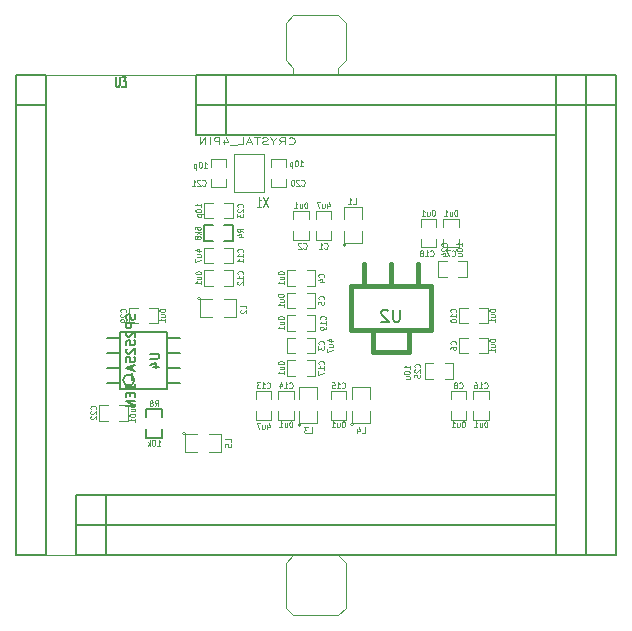
<source format=gbo>
G04 (created by PCBNEW (2013-07-07 BZR 4022)-stable) date 02/11/2014 17:15:00*
%MOIN*%
G04 Gerber Fmt 3.4, Leading zero omitted, Abs format*
%FSLAX34Y34*%
G01*
G70*
G90*
G04 APERTURE LIST*
%ADD10C,0.00590551*%
%ADD11C,0.00393701*%
%ADD12C,0.0039*%
%ADD13C,0.005*%
%ADD14C,0.0047*%
%ADD15C,0.015*%
%ADD16C,0.0045*%
%ADD17C,0.008*%
%ADD18C,0.0043*%
%ADD19C,0.0059*%
%ADD20C,0.0055*%
G04 APERTURE END LIST*
G54D10*
G54D11*
X10750Y0D02*
X20000Y0D01*
X11000Y-250D02*
X10750Y0D01*
X11000Y-1750D02*
X11000Y-250D01*
X10750Y-2000D02*
X11000Y-1750D01*
X9250Y-2000D02*
X10750Y-2000D01*
X9000Y-1750D02*
X9250Y-2000D01*
X9000Y-250D02*
X9000Y-1750D01*
X9250Y0D02*
X9000Y-250D01*
X0Y0D02*
X9250Y0D01*
X10750Y16000D02*
X20000Y16000D01*
X10750Y16250D02*
X10750Y16000D01*
X11000Y16500D02*
X10750Y16250D01*
X11000Y17750D02*
X11000Y16500D01*
X10750Y18000D02*
X11000Y17750D01*
X9250Y18000D02*
X10750Y18000D01*
X9000Y17750D02*
X9250Y18000D01*
X9000Y16500D02*
X9000Y17750D01*
X9250Y16250D02*
X9000Y16500D01*
X9250Y16000D02*
X9250Y16250D01*
X0Y16000D02*
X9250Y16000D01*
X20000Y16000D02*
X20000Y0D01*
X0Y0D02*
X0Y16000D01*
G54D12*
X8262Y12120D02*
X8262Y13380D01*
X8262Y13380D02*
X7278Y13380D01*
X7278Y13380D02*
X7278Y12120D01*
X7278Y12120D02*
X8262Y12120D01*
G54D13*
X6553Y10475D02*
X6275Y10475D01*
X6275Y10475D02*
X6275Y11025D01*
X6275Y11025D02*
X6553Y11025D01*
X7225Y10475D02*
X6947Y10475D01*
X7225Y10475D02*
X7225Y11025D01*
X7225Y11025D02*
X6947Y11025D01*
G54D14*
X9697Y8006D02*
X9972Y8006D01*
X9303Y8006D02*
X9028Y8006D01*
X9697Y7494D02*
X9972Y7494D01*
X9028Y7494D02*
X9303Y7494D01*
X9972Y7500D02*
X9972Y8000D01*
X9028Y8000D02*
X9028Y7500D01*
X9697Y7256D02*
X9972Y7256D01*
X9303Y7256D02*
X9028Y7256D01*
X9697Y6744D02*
X9972Y6744D01*
X9028Y6744D02*
X9303Y6744D01*
X9972Y6750D02*
X9972Y7250D01*
X9028Y7250D02*
X9028Y6750D01*
X9697Y9506D02*
X9972Y9506D01*
X9303Y9506D02*
X9028Y9506D01*
X9697Y8994D02*
X9972Y8994D01*
X9028Y8994D02*
X9303Y8994D01*
X9972Y9000D02*
X9972Y9500D01*
X9028Y9500D02*
X9028Y9000D01*
X6494Y12947D02*
X6494Y13222D01*
X6494Y12553D02*
X6494Y12278D01*
X7006Y12947D02*
X7006Y13222D01*
X7006Y12278D02*
X7006Y12553D01*
X7000Y13222D02*
X6500Y13222D01*
X6500Y12278D02*
X7000Y12278D01*
X9006Y12553D02*
X9006Y12278D01*
X9006Y12947D02*
X9006Y13222D01*
X8494Y12553D02*
X8494Y12278D01*
X8494Y13222D02*
X8494Y12947D01*
X8500Y12278D02*
X9000Y12278D01*
X9000Y13222D02*
X8500Y13222D01*
X9697Y8756D02*
X9972Y8756D01*
X9303Y8756D02*
X9028Y8756D01*
X9697Y8244D02*
X9972Y8244D01*
X9028Y8244D02*
X9303Y8244D01*
X9972Y8250D02*
X9972Y8750D01*
X9028Y8750D02*
X9028Y8250D01*
X15053Y7744D02*
X14778Y7744D01*
X15447Y7744D02*
X15722Y7744D01*
X15053Y8256D02*
X14778Y8256D01*
X15722Y8256D02*
X15447Y8256D01*
X14778Y8250D02*
X14778Y7750D01*
X15722Y7750D02*
X15722Y8250D01*
X14006Y10553D02*
X14006Y10278D01*
X14006Y10947D02*
X14006Y11222D01*
X13494Y10553D02*
X13494Y10278D01*
X13494Y11222D02*
X13494Y10947D01*
X13500Y10278D02*
X14000Y10278D01*
X14000Y11222D02*
X13500Y11222D01*
X14747Y9806D02*
X15022Y9806D01*
X14353Y9806D02*
X14078Y9806D01*
X14747Y9294D02*
X15022Y9294D01*
X14078Y9294D02*
X14353Y9294D01*
X15022Y9300D02*
X15022Y9800D01*
X14078Y9800D02*
X14078Y9300D01*
X9697Y6506D02*
X9972Y6506D01*
X9303Y6506D02*
X9028Y6506D01*
X9697Y5994D02*
X9972Y5994D01*
X9028Y5994D02*
X9303Y5994D01*
X9972Y6000D02*
X9972Y6500D01*
X9028Y6500D02*
X9028Y6000D01*
X15244Y5197D02*
X15244Y5472D01*
X15244Y4803D02*
X15244Y4528D01*
X15756Y5197D02*
X15756Y5472D01*
X15756Y4528D02*
X15756Y4803D01*
X15750Y5472D02*
X15250Y5472D01*
X15250Y4528D02*
X15750Y4528D01*
X14297Y6406D02*
X14572Y6406D01*
X13903Y6406D02*
X13628Y6406D01*
X14297Y5894D02*
X14572Y5894D01*
X13628Y5894D02*
X13903Y5894D01*
X14572Y5900D02*
X14572Y6400D01*
X13628Y6400D02*
X13628Y5900D01*
X6947Y9506D02*
X7222Y9506D01*
X6553Y9506D02*
X6278Y9506D01*
X6947Y8994D02*
X7222Y8994D01*
X6278Y8994D02*
X6553Y8994D01*
X7222Y9000D02*
X7222Y9500D01*
X6278Y9500D02*
X6278Y9000D01*
X6947Y11756D02*
X7222Y11756D01*
X6553Y11756D02*
X6278Y11756D01*
X6947Y11244D02*
X7222Y11244D01*
X6278Y11244D02*
X6553Y11244D01*
X7222Y11250D02*
X7222Y11750D01*
X6278Y11750D02*
X6278Y11250D01*
X8744Y5197D02*
X8744Y5472D01*
X8744Y4803D02*
X8744Y4528D01*
X9256Y5197D02*
X9256Y5472D01*
X9256Y4528D02*
X9256Y4803D01*
X9250Y5472D02*
X8750Y5472D01*
X8750Y4528D02*
X9250Y4528D01*
X10494Y5197D02*
X10494Y5472D01*
X10494Y4803D02*
X10494Y4528D01*
X11006Y5197D02*
X11006Y5472D01*
X11006Y4528D02*
X11006Y4803D01*
X11000Y5472D02*
X10500Y5472D01*
X10500Y4528D02*
X11000Y4528D01*
X7994Y5197D02*
X7994Y5472D01*
X7994Y4803D02*
X7994Y4528D01*
X8506Y5197D02*
X8506Y5472D01*
X8506Y4528D02*
X8506Y4803D01*
X8500Y5472D02*
X8000Y5472D01*
X8000Y4528D02*
X8500Y4528D01*
X9756Y10803D02*
X9756Y10528D01*
X9756Y11197D02*
X9756Y11472D01*
X9244Y10803D02*
X9244Y10528D01*
X9244Y11472D02*
X9244Y11197D01*
X9250Y10528D02*
X9750Y10528D01*
X9750Y11472D02*
X9250Y11472D01*
X10506Y10803D02*
X10506Y10528D01*
X10506Y11197D02*
X10506Y11472D01*
X9994Y10803D02*
X9994Y10528D01*
X9994Y11472D02*
X9994Y11197D01*
X10000Y10528D02*
X10500Y10528D01*
X10500Y11472D02*
X10000Y11472D01*
X6947Y10256D02*
X7222Y10256D01*
X6553Y10256D02*
X6278Y10256D01*
X6947Y9744D02*
X7222Y9744D01*
X6278Y9744D02*
X6553Y9744D01*
X7222Y9750D02*
X7222Y10250D01*
X6278Y10250D02*
X6278Y9750D01*
X14494Y5197D02*
X14494Y5472D01*
X14494Y4803D02*
X14494Y4528D01*
X15006Y5197D02*
X15006Y5472D01*
X15006Y4528D02*
X15006Y4803D01*
X15000Y5472D02*
X14500Y5472D01*
X14500Y4528D02*
X15000Y4528D01*
X15053Y6744D02*
X14778Y6744D01*
X15447Y6744D02*
X15722Y6744D01*
X15053Y7256D02*
X14778Y7256D01*
X15722Y7256D02*
X15447Y7256D01*
X14778Y7250D02*
X14778Y6750D01*
X15722Y6750D02*
X15722Y7250D01*
X14756Y10553D02*
X14756Y10278D01*
X14756Y10947D02*
X14756Y11222D01*
X14244Y10553D02*
X14244Y10278D01*
X14244Y11222D02*
X14244Y10947D01*
X14250Y10278D02*
X14750Y10278D01*
X14750Y11222D02*
X14250Y11222D01*
G54D15*
X11909Y7522D02*
X11909Y6793D01*
X11909Y6793D02*
X13091Y6793D01*
X13091Y6793D02*
X13091Y7522D01*
X13406Y8978D02*
X13406Y9707D01*
X12500Y8978D02*
X12500Y9707D01*
X11594Y8978D02*
X11594Y9707D01*
X11181Y7522D02*
X13819Y7522D01*
X13819Y7522D02*
X13819Y8978D01*
X13819Y8978D02*
X11181Y8978D01*
X11181Y8978D02*
X11181Y7522D01*
G54D12*
X5650Y4050D02*
G75*
G03X5650Y4050I-50J0D01*
G74*
G01*
X6050Y4050D02*
X5650Y4050D01*
X5650Y4050D02*
X5650Y3450D01*
X5650Y3450D02*
X6050Y3450D01*
X6450Y3450D02*
X6850Y3450D01*
X6850Y3450D02*
X6850Y4050D01*
X6850Y4050D02*
X6450Y4050D01*
X9500Y4350D02*
G75*
G03X9500Y4350I-50J0D01*
G74*
G01*
X9450Y4800D02*
X9450Y4400D01*
X9450Y4400D02*
X10050Y4400D01*
X10050Y4400D02*
X10050Y4800D01*
X10050Y5200D02*
X10050Y5600D01*
X10050Y5600D02*
X9450Y5600D01*
X9450Y5600D02*
X9450Y5200D01*
X11250Y4350D02*
G75*
G03X11250Y4350I-50J0D01*
G74*
G01*
X11200Y4800D02*
X11200Y4400D01*
X11200Y4400D02*
X11800Y4400D01*
X11800Y4400D02*
X11800Y4800D01*
X11800Y5200D02*
X11800Y5600D01*
X11800Y5600D02*
X11200Y5600D01*
X11200Y5600D02*
X11200Y5200D01*
X11000Y10350D02*
G75*
G03X11000Y10350I-50J0D01*
G74*
G01*
X10950Y10800D02*
X10950Y10400D01*
X10950Y10400D02*
X11550Y10400D01*
X11550Y10400D02*
X11550Y10800D01*
X11550Y11200D02*
X11550Y11600D01*
X11550Y11600D02*
X10950Y11600D01*
X10950Y11600D02*
X10950Y11200D01*
X6150Y8550D02*
G75*
G03X6150Y8550I-50J0D01*
G74*
G01*
X6550Y8550D02*
X6150Y8550D01*
X6150Y8550D02*
X6150Y7950D01*
X6150Y7950D02*
X6550Y7950D01*
X6950Y7950D02*
X7350Y7950D01*
X7350Y7950D02*
X7350Y8550D01*
X7350Y8550D02*
X6950Y8550D01*
G54D13*
X5030Y5550D02*
X3470Y5550D01*
X3470Y5550D02*
X3470Y7450D01*
X3470Y7450D02*
X5030Y7450D01*
X5030Y7450D02*
X5030Y5550D01*
X5030Y5750D02*
X5460Y5750D01*
X5030Y6250D02*
X5460Y6250D01*
X5030Y6750D02*
X5460Y6750D01*
X5460Y7250D02*
X5030Y7250D01*
X3470Y7250D02*
X3040Y7250D01*
X3040Y6750D02*
X3470Y6750D01*
X3040Y6250D02*
X3470Y6250D01*
X3040Y5750D02*
X3470Y5750D01*
X3946Y5840D02*
G75*
G03X3946Y5840I-186J0D01*
G74*
G01*
X4875Y4203D02*
X4875Y3925D01*
X4875Y3925D02*
X4325Y3925D01*
X4325Y3925D02*
X4325Y4203D01*
X4875Y4875D02*
X4875Y4597D01*
X4875Y4875D02*
X4325Y4875D01*
X4325Y4875D02*
X4325Y4597D01*
G54D14*
X4053Y7744D02*
X3778Y7744D01*
X4447Y7744D02*
X4722Y7744D01*
X4053Y8256D02*
X3778Y8256D01*
X4722Y8256D02*
X4447Y8256D01*
X3778Y8250D02*
X3778Y7750D01*
X4722Y7750D02*
X4722Y8250D01*
X3053Y4494D02*
X2778Y4494D01*
X3447Y4494D02*
X3722Y4494D01*
X3053Y5006D02*
X2778Y5006D01*
X3722Y5006D02*
X3447Y5006D01*
X2778Y5000D02*
X2778Y4500D01*
X3722Y4500D02*
X3722Y5000D01*
G54D10*
X18000Y2000D02*
X18000Y0D01*
X18000Y0D02*
X19000Y0D01*
X19000Y0D02*
X19000Y2000D01*
X18000Y15000D02*
X19000Y15000D01*
X18000Y2000D02*
X18000Y16000D01*
X18000Y16000D02*
X19000Y16000D01*
X19000Y16000D02*
X19000Y2000D01*
X19000Y2000D02*
X19000Y0D01*
X19000Y0D02*
X20000Y0D01*
X20000Y0D02*
X20000Y2000D01*
X19000Y15000D02*
X20000Y15000D01*
X19000Y2000D02*
X19000Y16000D01*
X19000Y16000D02*
X20000Y16000D01*
X20000Y16000D02*
X20000Y2000D01*
X0Y2000D02*
X0Y0D01*
X0Y0D02*
X1000Y0D01*
X1000Y0D02*
X1000Y2000D01*
X0Y15000D02*
X1000Y15000D01*
X0Y2000D02*
X0Y16000D01*
X0Y16000D02*
X1000Y16000D01*
X1000Y16000D02*
X1000Y2000D01*
X6000Y16000D02*
X18000Y16000D01*
X18000Y16000D02*
X18000Y15000D01*
X18000Y15000D02*
X6000Y15000D01*
X7000Y15000D02*
X7000Y16000D01*
X6000Y15000D02*
X6000Y16000D01*
X16000Y1000D02*
X18000Y1000D01*
X18000Y1000D02*
X18000Y2000D01*
X18000Y2000D02*
X16000Y2000D01*
X3000Y1000D02*
X3000Y2000D01*
X16000Y1000D02*
X2000Y1000D01*
X2000Y1000D02*
X2000Y2000D01*
X2000Y2000D02*
X16000Y2000D01*
X16000Y0D02*
X18000Y0D01*
X18000Y0D02*
X18000Y1000D01*
X18000Y1000D02*
X16000Y1000D01*
X3000Y0D02*
X3000Y1000D01*
X16000Y0D02*
X2000Y0D01*
X2000Y0D02*
X2000Y1000D01*
X2000Y1000D02*
X16000Y1000D01*
X6000Y15000D02*
X18000Y15000D01*
X18000Y15000D02*
X18000Y14000D01*
X18000Y14000D02*
X6000Y14000D01*
X7000Y14000D02*
X7000Y15000D01*
X6000Y14000D02*
X6000Y15000D01*
G54D12*
X8391Y11937D02*
X8233Y11622D01*
X8233Y11937D02*
X8391Y11622D01*
X8020Y11622D02*
X8155Y11622D01*
X8087Y11622D02*
X8087Y11937D01*
X8110Y11892D01*
X8132Y11862D01*
X8155Y11847D01*
X9095Y13726D02*
X9110Y13715D01*
X9155Y13704D01*
X9185Y13704D01*
X9230Y13715D01*
X9260Y13738D01*
X9275Y13760D01*
X9290Y13805D01*
X9290Y13839D01*
X9275Y13884D01*
X9260Y13906D01*
X9230Y13929D01*
X9185Y13940D01*
X9155Y13940D01*
X9110Y13929D01*
X9095Y13918D01*
X8780Y13704D02*
X8885Y13816D01*
X8960Y13704D02*
X8960Y13940D01*
X8840Y13940D01*
X8810Y13929D01*
X8795Y13918D01*
X8780Y13895D01*
X8780Y13861D01*
X8795Y13839D01*
X8810Y13828D01*
X8840Y13816D01*
X8960Y13816D01*
X8585Y13816D02*
X8585Y13704D01*
X8690Y13940D02*
X8585Y13816D01*
X8480Y13940D01*
X8390Y13715D02*
X8345Y13704D01*
X8270Y13704D01*
X8240Y13715D01*
X8225Y13726D01*
X8210Y13749D01*
X8210Y13771D01*
X8225Y13794D01*
X8240Y13805D01*
X8270Y13816D01*
X8330Y13828D01*
X8360Y13839D01*
X8375Y13850D01*
X8390Y13873D01*
X8390Y13895D01*
X8375Y13918D01*
X8360Y13929D01*
X8330Y13940D01*
X8255Y13940D01*
X8210Y13929D01*
X8120Y13940D02*
X7940Y13940D01*
X8030Y13704D02*
X8030Y13940D01*
X7850Y13771D02*
X7700Y13771D01*
X7880Y13704D02*
X7775Y13940D01*
X7670Y13704D01*
X7415Y13704D02*
X7565Y13704D01*
X7565Y13940D01*
X7385Y13682D02*
X7145Y13682D01*
X6935Y13861D02*
X6935Y13704D01*
X7010Y13951D02*
X7085Y13783D01*
X6890Y13783D01*
X6770Y13704D02*
X6770Y13940D01*
X6650Y13940D01*
X6620Y13929D01*
X6605Y13918D01*
X6590Y13895D01*
X6590Y13861D01*
X6605Y13839D01*
X6620Y13828D01*
X6650Y13816D01*
X6770Y13816D01*
X6455Y13704D02*
X6455Y13940D01*
X6305Y13704D02*
X6305Y13940D01*
X6125Y13704D01*
X6125Y13940D01*
G54D16*
X7579Y10780D02*
X7485Y10840D01*
X7579Y10882D02*
X7382Y10882D01*
X7382Y10814D01*
X7392Y10797D01*
X7401Y10788D01*
X7420Y10780D01*
X7448Y10780D01*
X7467Y10788D01*
X7476Y10797D01*
X7485Y10814D01*
X7485Y10882D01*
X7448Y10625D02*
X7579Y10625D01*
X7373Y10668D02*
X7514Y10711D01*
X7514Y10600D01*
X5961Y10874D02*
X5961Y10908D01*
X5971Y10925D01*
X5981Y10934D01*
X6009Y10951D01*
X6047Y10960D01*
X6123Y10960D01*
X6142Y10951D01*
X6152Y10942D01*
X6161Y10925D01*
X6161Y10891D01*
X6152Y10874D01*
X6142Y10865D01*
X6123Y10857D01*
X6076Y10857D01*
X6057Y10865D01*
X6047Y10874D01*
X6038Y10891D01*
X6038Y10925D01*
X6047Y10942D01*
X6057Y10951D01*
X6076Y10960D01*
X6161Y10780D02*
X5961Y10780D01*
X6085Y10762D02*
X6161Y10711D01*
X6028Y10711D02*
X6104Y10780D01*
X6047Y10608D02*
X6038Y10625D01*
X6028Y10634D01*
X6009Y10642D01*
X6000Y10642D01*
X5981Y10634D01*
X5971Y10625D01*
X5961Y10608D01*
X5961Y10574D01*
X5971Y10557D01*
X5981Y10548D01*
X6000Y10540D01*
X6009Y10540D01*
X6028Y10548D01*
X6038Y10557D01*
X6047Y10574D01*
X6047Y10608D01*
X6057Y10625D01*
X6066Y10634D01*
X6085Y10642D01*
X6123Y10642D01*
X6142Y10634D01*
X6152Y10625D01*
X6161Y10608D01*
X6161Y10574D01*
X6152Y10557D01*
X6142Y10548D01*
X6123Y10540D01*
X6085Y10540D01*
X6066Y10548D01*
X6057Y10557D01*
X6047Y10574D01*
X10311Y7865D02*
X10321Y7874D01*
X10330Y7900D01*
X10330Y7917D01*
X10321Y7942D01*
X10302Y7960D01*
X10283Y7968D01*
X10245Y7977D01*
X10216Y7977D01*
X10178Y7968D01*
X10159Y7960D01*
X10140Y7942D01*
X10130Y7917D01*
X10130Y7900D01*
X10140Y7874D01*
X10150Y7865D01*
X10330Y7694D02*
X10330Y7797D01*
X10330Y7745D02*
X10130Y7745D01*
X10159Y7762D01*
X10178Y7780D01*
X10188Y7797D01*
X10330Y7608D02*
X10330Y7574D01*
X10321Y7557D01*
X10311Y7548D01*
X10283Y7531D01*
X10245Y7522D01*
X10169Y7522D01*
X10150Y7531D01*
X10140Y7540D01*
X10130Y7557D01*
X10130Y7591D01*
X10140Y7608D01*
X10150Y7617D01*
X10169Y7625D01*
X10216Y7625D01*
X10235Y7617D01*
X10245Y7608D01*
X10254Y7591D01*
X10254Y7557D01*
X10245Y7540D01*
X10235Y7531D01*
X10216Y7522D01*
X8730Y7925D02*
X8730Y7908D01*
X8740Y7891D01*
X8750Y7882D01*
X8769Y7874D01*
X8807Y7865D01*
X8854Y7865D01*
X8892Y7874D01*
X8911Y7882D01*
X8921Y7891D01*
X8930Y7908D01*
X8930Y7925D01*
X8921Y7942D01*
X8911Y7951D01*
X8892Y7960D01*
X8854Y7968D01*
X8807Y7968D01*
X8769Y7960D01*
X8750Y7951D01*
X8740Y7942D01*
X8730Y7925D01*
X8797Y7711D02*
X8930Y7711D01*
X8797Y7788D02*
X8902Y7788D01*
X8921Y7779D01*
X8930Y7762D01*
X8930Y7737D01*
X8921Y7719D01*
X8911Y7711D01*
X8930Y7531D02*
X8930Y7634D01*
X8930Y7582D02*
X8730Y7582D01*
X8759Y7600D01*
X8778Y7617D01*
X8788Y7634D01*
X10261Y7030D02*
X10271Y7038D01*
X10280Y7064D01*
X10280Y7081D01*
X10271Y7107D01*
X10252Y7124D01*
X10233Y7132D01*
X10195Y7141D01*
X10166Y7141D01*
X10128Y7132D01*
X10109Y7124D01*
X10090Y7107D01*
X10080Y7081D01*
X10080Y7064D01*
X10090Y7038D01*
X10100Y7030D01*
X10080Y6970D02*
X10080Y6858D01*
X10157Y6918D01*
X10157Y6892D01*
X10166Y6875D01*
X10176Y6867D01*
X10195Y6858D01*
X10242Y6858D01*
X10261Y6867D01*
X10271Y6875D01*
X10280Y6892D01*
X10280Y6944D01*
X10271Y6961D01*
X10261Y6970D01*
X10447Y7132D02*
X10580Y7132D01*
X10371Y7175D02*
X10514Y7218D01*
X10514Y7107D01*
X10447Y6961D02*
X10580Y6961D01*
X10447Y7038D02*
X10552Y7038D01*
X10571Y7029D01*
X10580Y7012D01*
X10580Y6987D01*
X10571Y6969D01*
X10561Y6961D01*
X10380Y6892D02*
X10380Y6772D01*
X10580Y6850D01*
X10261Y9280D02*
X10271Y9288D01*
X10280Y9314D01*
X10280Y9331D01*
X10271Y9357D01*
X10252Y9374D01*
X10233Y9382D01*
X10195Y9391D01*
X10166Y9391D01*
X10128Y9382D01*
X10109Y9374D01*
X10090Y9357D01*
X10080Y9331D01*
X10080Y9314D01*
X10090Y9288D01*
X10100Y9280D01*
X10147Y9125D02*
X10280Y9125D01*
X10071Y9168D02*
X10214Y9211D01*
X10214Y9100D01*
X8730Y9425D02*
X8730Y9408D01*
X8740Y9391D01*
X8750Y9382D01*
X8769Y9374D01*
X8807Y9365D01*
X8854Y9365D01*
X8892Y9374D01*
X8911Y9382D01*
X8921Y9391D01*
X8930Y9408D01*
X8930Y9425D01*
X8921Y9442D01*
X8911Y9451D01*
X8892Y9460D01*
X8854Y9468D01*
X8807Y9468D01*
X8769Y9460D01*
X8750Y9451D01*
X8740Y9442D01*
X8730Y9425D01*
X8797Y9211D02*
X8930Y9211D01*
X8797Y9288D02*
X8902Y9288D01*
X8921Y9279D01*
X8930Y9262D01*
X8930Y9237D01*
X8921Y9219D01*
X8911Y9211D01*
X8930Y9031D02*
X8930Y9134D01*
X8930Y9082D02*
X8730Y9082D01*
X8759Y9100D01*
X8778Y9117D01*
X8788Y9134D01*
X6215Y12338D02*
X6224Y12328D01*
X6250Y12319D01*
X6267Y12319D01*
X6292Y12328D01*
X6310Y12347D01*
X6318Y12366D01*
X6327Y12404D01*
X6327Y12433D01*
X6318Y12471D01*
X6310Y12490D01*
X6292Y12509D01*
X6267Y12519D01*
X6250Y12519D01*
X6224Y12509D01*
X6215Y12500D01*
X6147Y12500D02*
X6138Y12509D01*
X6121Y12519D01*
X6078Y12519D01*
X6061Y12509D01*
X6052Y12500D01*
X6044Y12480D01*
X6044Y12461D01*
X6052Y12433D01*
X6155Y12319D01*
X6044Y12319D01*
X5872Y12319D02*
X5975Y12319D01*
X5924Y12319D02*
X5924Y12519D01*
X5941Y12490D01*
X5958Y12471D01*
X5975Y12461D01*
X6265Y12919D02*
X6368Y12919D01*
X6317Y12919D02*
X6317Y13119D01*
X6334Y13090D01*
X6351Y13071D01*
X6368Y13061D01*
X6154Y13119D02*
X6137Y13119D01*
X6119Y13109D01*
X6111Y13100D01*
X6102Y13080D01*
X6094Y13042D01*
X6094Y12995D01*
X6102Y12957D01*
X6111Y12938D01*
X6119Y12928D01*
X6137Y12919D01*
X6154Y12919D01*
X6171Y12928D01*
X6179Y12938D01*
X6188Y12957D01*
X6197Y12995D01*
X6197Y13042D01*
X6188Y13080D01*
X6179Y13100D01*
X6171Y13109D01*
X6154Y13119D01*
X6017Y13052D02*
X6017Y12852D01*
X6017Y13042D02*
X5999Y13052D01*
X5965Y13052D01*
X5948Y13042D01*
X5939Y13033D01*
X5931Y13014D01*
X5931Y12957D01*
X5939Y12938D01*
X5948Y12928D01*
X5965Y12919D01*
X5999Y12919D01*
X6017Y12928D01*
X9515Y12338D02*
X9524Y12328D01*
X9550Y12319D01*
X9567Y12319D01*
X9592Y12328D01*
X9610Y12347D01*
X9618Y12366D01*
X9627Y12404D01*
X9627Y12433D01*
X9618Y12471D01*
X9610Y12490D01*
X9592Y12509D01*
X9567Y12519D01*
X9550Y12519D01*
X9524Y12509D01*
X9515Y12500D01*
X9447Y12500D02*
X9438Y12509D01*
X9421Y12519D01*
X9378Y12519D01*
X9361Y12509D01*
X9352Y12500D01*
X9344Y12480D01*
X9344Y12461D01*
X9352Y12433D01*
X9455Y12319D01*
X9344Y12319D01*
X9232Y12519D02*
X9215Y12519D01*
X9198Y12509D01*
X9190Y12500D01*
X9181Y12480D01*
X9172Y12442D01*
X9172Y12395D01*
X9181Y12357D01*
X9190Y12338D01*
X9198Y12328D01*
X9215Y12319D01*
X9232Y12319D01*
X9250Y12328D01*
X9258Y12338D01*
X9267Y12357D01*
X9275Y12395D01*
X9275Y12442D01*
X9267Y12480D01*
X9258Y12500D01*
X9250Y12509D01*
X9232Y12519D01*
X9465Y12969D02*
X9568Y12969D01*
X9517Y12969D02*
X9517Y13169D01*
X9534Y13140D01*
X9551Y13121D01*
X9568Y13111D01*
X9354Y13169D02*
X9337Y13169D01*
X9319Y13159D01*
X9311Y13150D01*
X9302Y13130D01*
X9294Y13092D01*
X9294Y13045D01*
X9302Y13007D01*
X9311Y12988D01*
X9319Y12978D01*
X9337Y12969D01*
X9354Y12969D01*
X9371Y12978D01*
X9379Y12988D01*
X9388Y13007D01*
X9397Y13045D01*
X9397Y13092D01*
X9388Y13130D01*
X9379Y13150D01*
X9371Y13159D01*
X9354Y13169D01*
X9217Y13102D02*
X9217Y12902D01*
X9217Y13092D02*
X9199Y13102D01*
X9165Y13102D01*
X9148Y13092D01*
X9139Y13083D01*
X9131Y13064D01*
X9131Y13007D01*
X9139Y12988D01*
X9148Y12978D01*
X9165Y12969D01*
X9199Y12969D01*
X9217Y12978D01*
X10261Y8530D02*
X10271Y8538D01*
X10280Y8564D01*
X10280Y8581D01*
X10271Y8607D01*
X10252Y8624D01*
X10233Y8632D01*
X10195Y8641D01*
X10166Y8641D01*
X10128Y8632D01*
X10109Y8624D01*
X10090Y8607D01*
X10080Y8581D01*
X10080Y8564D01*
X10090Y8538D01*
X10100Y8530D01*
X10080Y8367D02*
X10080Y8452D01*
X10176Y8461D01*
X10166Y8452D01*
X10157Y8435D01*
X10157Y8392D01*
X10166Y8375D01*
X10176Y8367D01*
X10195Y8358D01*
X10242Y8358D01*
X10261Y8367D01*
X10271Y8375D01*
X10280Y8392D01*
X10280Y8435D01*
X10271Y8452D01*
X10261Y8461D01*
X8730Y8675D02*
X8730Y8658D01*
X8740Y8641D01*
X8750Y8632D01*
X8769Y8624D01*
X8807Y8615D01*
X8854Y8615D01*
X8892Y8624D01*
X8911Y8632D01*
X8921Y8641D01*
X8930Y8658D01*
X8930Y8675D01*
X8921Y8692D01*
X8911Y8701D01*
X8892Y8710D01*
X8854Y8718D01*
X8807Y8718D01*
X8769Y8710D01*
X8750Y8701D01*
X8740Y8692D01*
X8730Y8675D01*
X8797Y8461D02*
X8930Y8461D01*
X8797Y8538D02*
X8902Y8538D01*
X8921Y8529D01*
X8930Y8512D01*
X8930Y8487D01*
X8921Y8469D01*
X8911Y8461D01*
X8930Y8281D02*
X8930Y8384D01*
X8930Y8332D02*
X8730Y8332D01*
X8759Y8350D01*
X8778Y8367D01*
X8788Y8384D01*
X14661Y8115D02*
X14671Y8124D01*
X14680Y8150D01*
X14680Y8167D01*
X14671Y8192D01*
X14652Y8210D01*
X14633Y8218D01*
X14595Y8227D01*
X14566Y8227D01*
X14528Y8218D01*
X14509Y8210D01*
X14490Y8192D01*
X14480Y8167D01*
X14480Y8150D01*
X14490Y8124D01*
X14500Y8115D01*
X14680Y7944D02*
X14680Y8047D01*
X14680Y7995D02*
X14480Y7995D01*
X14509Y8012D01*
X14528Y8030D01*
X14538Y8047D01*
X14480Y7832D02*
X14480Y7815D01*
X14490Y7798D01*
X14500Y7790D01*
X14519Y7781D01*
X14557Y7772D01*
X14604Y7772D01*
X14642Y7781D01*
X14661Y7790D01*
X14671Y7798D01*
X14680Y7815D01*
X14680Y7832D01*
X14671Y7850D01*
X14661Y7858D01*
X14642Y7867D01*
X14604Y7875D01*
X14557Y7875D01*
X14519Y7867D01*
X14500Y7858D01*
X14490Y7850D01*
X14480Y7832D01*
X15780Y8175D02*
X15780Y8158D01*
X15790Y8141D01*
X15800Y8132D01*
X15819Y8124D01*
X15857Y8115D01*
X15904Y8115D01*
X15942Y8124D01*
X15961Y8132D01*
X15971Y8141D01*
X15980Y8158D01*
X15980Y8175D01*
X15971Y8192D01*
X15961Y8201D01*
X15942Y8210D01*
X15904Y8218D01*
X15857Y8218D01*
X15819Y8210D01*
X15800Y8201D01*
X15790Y8192D01*
X15780Y8175D01*
X15847Y7961D02*
X15980Y7961D01*
X15847Y8038D02*
X15952Y8038D01*
X15971Y8029D01*
X15980Y8012D01*
X15980Y7987D01*
X15971Y7969D01*
X15961Y7961D01*
X15980Y7781D02*
X15980Y7884D01*
X15980Y7832D02*
X15780Y7832D01*
X15809Y7850D01*
X15828Y7867D01*
X15838Y7884D01*
X13815Y9988D02*
X13824Y9978D01*
X13850Y9969D01*
X13867Y9969D01*
X13892Y9978D01*
X13910Y9997D01*
X13918Y10016D01*
X13927Y10054D01*
X13927Y10083D01*
X13918Y10121D01*
X13910Y10140D01*
X13892Y10159D01*
X13867Y10169D01*
X13850Y10169D01*
X13824Y10159D01*
X13815Y10150D01*
X13644Y9969D02*
X13747Y9969D01*
X13695Y9969D02*
X13695Y10169D01*
X13712Y10140D01*
X13730Y10121D01*
X13747Y10111D01*
X13541Y10083D02*
X13558Y10092D01*
X13567Y10102D01*
X13575Y10121D01*
X13575Y10130D01*
X13567Y10150D01*
X13558Y10159D01*
X13541Y10169D01*
X13507Y10169D01*
X13490Y10159D01*
X13481Y10150D01*
X13472Y10130D01*
X13472Y10121D01*
X13481Y10102D01*
X13490Y10092D01*
X13507Y10083D01*
X13541Y10083D01*
X13558Y10073D01*
X13567Y10064D01*
X13575Y10045D01*
X13575Y10007D01*
X13567Y9988D01*
X13558Y9978D01*
X13541Y9969D01*
X13507Y9969D01*
X13490Y9978D01*
X13481Y9988D01*
X13472Y10007D01*
X13472Y10045D01*
X13481Y10064D01*
X13490Y10073D01*
X13507Y10083D01*
X13925Y11519D02*
X13908Y11519D01*
X13891Y11509D01*
X13882Y11500D01*
X13874Y11480D01*
X13865Y11442D01*
X13865Y11395D01*
X13874Y11357D01*
X13882Y11338D01*
X13891Y11328D01*
X13908Y11319D01*
X13925Y11319D01*
X13942Y11328D01*
X13951Y11338D01*
X13960Y11357D01*
X13968Y11395D01*
X13968Y11442D01*
X13960Y11480D01*
X13951Y11500D01*
X13942Y11509D01*
X13925Y11519D01*
X13711Y11452D02*
X13711Y11319D01*
X13788Y11452D02*
X13788Y11347D01*
X13779Y11328D01*
X13762Y11319D01*
X13737Y11319D01*
X13719Y11328D01*
X13711Y11338D01*
X13531Y11319D02*
X13634Y11319D01*
X13582Y11319D02*
X13582Y11519D01*
X13600Y11490D01*
X13617Y11471D01*
X13634Y11461D01*
X14361Y10315D02*
X14371Y10324D01*
X14380Y10350D01*
X14380Y10367D01*
X14371Y10392D01*
X14352Y10410D01*
X14333Y10418D01*
X14295Y10427D01*
X14266Y10427D01*
X14228Y10418D01*
X14209Y10410D01*
X14190Y10392D01*
X14180Y10367D01*
X14180Y10350D01*
X14190Y10324D01*
X14200Y10315D01*
X14200Y10247D02*
X14190Y10238D01*
X14180Y10221D01*
X14180Y10178D01*
X14190Y10161D01*
X14200Y10152D01*
X14219Y10144D01*
X14238Y10144D01*
X14266Y10152D01*
X14380Y10255D01*
X14380Y10144D01*
X14247Y9990D02*
X14380Y9990D01*
X14171Y10032D02*
X14314Y10075D01*
X14314Y9964D01*
X14880Y10315D02*
X14880Y10418D01*
X14880Y10367D02*
X14680Y10367D01*
X14709Y10384D01*
X14728Y10401D01*
X14738Y10418D01*
X14680Y10204D02*
X14680Y10187D01*
X14690Y10169D01*
X14700Y10161D01*
X14719Y10152D01*
X14757Y10144D01*
X14804Y10144D01*
X14842Y10152D01*
X14861Y10161D01*
X14871Y10169D01*
X14880Y10187D01*
X14880Y10204D01*
X14871Y10221D01*
X14861Y10229D01*
X14842Y10238D01*
X14804Y10247D01*
X14757Y10247D01*
X14719Y10238D01*
X14700Y10229D01*
X14690Y10221D01*
X14680Y10204D01*
X14747Y9989D02*
X14880Y9989D01*
X14747Y10067D02*
X14852Y10067D01*
X14871Y10058D01*
X14880Y10041D01*
X14880Y10015D01*
X14871Y9998D01*
X14861Y9989D01*
X10261Y6365D02*
X10271Y6374D01*
X10280Y6400D01*
X10280Y6417D01*
X10271Y6442D01*
X10252Y6460D01*
X10233Y6468D01*
X10195Y6477D01*
X10166Y6477D01*
X10128Y6468D01*
X10109Y6460D01*
X10090Y6442D01*
X10080Y6417D01*
X10080Y6400D01*
X10090Y6374D01*
X10100Y6365D01*
X10280Y6194D02*
X10280Y6297D01*
X10280Y6245D02*
X10080Y6245D01*
X10109Y6262D01*
X10128Y6280D01*
X10138Y6297D01*
X10080Y6134D02*
X10080Y6014D01*
X10280Y6091D01*
X8730Y6425D02*
X8730Y6408D01*
X8740Y6391D01*
X8750Y6382D01*
X8769Y6374D01*
X8807Y6365D01*
X8854Y6365D01*
X8892Y6374D01*
X8911Y6382D01*
X8921Y6391D01*
X8930Y6408D01*
X8930Y6425D01*
X8921Y6442D01*
X8911Y6451D01*
X8892Y6460D01*
X8854Y6468D01*
X8807Y6468D01*
X8769Y6460D01*
X8750Y6451D01*
X8740Y6442D01*
X8730Y6425D01*
X8797Y6211D02*
X8930Y6211D01*
X8797Y6288D02*
X8902Y6288D01*
X8921Y6279D01*
X8930Y6262D01*
X8930Y6237D01*
X8921Y6219D01*
X8911Y6211D01*
X8930Y6031D02*
X8930Y6134D01*
X8930Y6082D02*
X8730Y6082D01*
X8759Y6100D01*
X8778Y6117D01*
X8788Y6134D01*
X15615Y5588D02*
X15624Y5578D01*
X15650Y5569D01*
X15667Y5569D01*
X15692Y5578D01*
X15710Y5597D01*
X15718Y5616D01*
X15727Y5654D01*
X15727Y5683D01*
X15718Y5721D01*
X15710Y5740D01*
X15692Y5759D01*
X15667Y5769D01*
X15650Y5769D01*
X15624Y5759D01*
X15615Y5750D01*
X15444Y5569D02*
X15547Y5569D01*
X15495Y5569D02*
X15495Y5769D01*
X15512Y5740D01*
X15530Y5721D01*
X15547Y5711D01*
X15290Y5769D02*
X15324Y5769D01*
X15341Y5759D01*
X15350Y5750D01*
X15367Y5721D01*
X15375Y5683D01*
X15375Y5607D01*
X15367Y5588D01*
X15358Y5578D01*
X15341Y5569D01*
X15307Y5569D01*
X15290Y5578D01*
X15281Y5588D01*
X15272Y5607D01*
X15272Y5654D01*
X15281Y5673D01*
X15290Y5683D01*
X15307Y5692D01*
X15341Y5692D01*
X15358Y5683D01*
X15367Y5673D01*
X15375Y5654D01*
X15675Y4469D02*
X15658Y4469D01*
X15641Y4459D01*
X15632Y4450D01*
X15624Y4430D01*
X15615Y4392D01*
X15615Y4345D01*
X15624Y4307D01*
X15632Y4288D01*
X15641Y4278D01*
X15658Y4269D01*
X15675Y4269D01*
X15692Y4278D01*
X15701Y4288D01*
X15710Y4307D01*
X15718Y4345D01*
X15718Y4392D01*
X15710Y4430D01*
X15701Y4450D01*
X15692Y4459D01*
X15675Y4469D01*
X15461Y4402D02*
X15461Y4269D01*
X15538Y4402D02*
X15538Y4297D01*
X15529Y4278D01*
X15512Y4269D01*
X15487Y4269D01*
X15469Y4278D01*
X15461Y4288D01*
X15281Y4269D02*
X15384Y4269D01*
X15332Y4269D02*
X15332Y4469D01*
X15350Y4440D01*
X15367Y4421D01*
X15384Y4411D01*
X13461Y6265D02*
X13471Y6274D01*
X13480Y6300D01*
X13480Y6317D01*
X13471Y6342D01*
X13452Y6360D01*
X13433Y6368D01*
X13395Y6377D01*
X13366Y6377D01*
X13328Y6368D01*
X13309Y6360D01*
X13290Y6342D01*
X13280Y6317D01*
X13280Y6300D01*
X13290Y6274D01*
X13300Y6265D01*
X13300Y6197D02*
X13290Y6188D01*
X13280Y6171D01*
X13280Y6128D01*
X13290Y6111D01*
X13300Y6102D01*
X13319Y6094D01*
X13338Y6094D01*
X13366Y6102D01*
X13480Y6205D01*
X13480Y6094D01*
X13280Y5931D02*
X13280Y6017D01*
X13376Y6025D01*
X13366Y6017D01*
X13357Y6000D01*
X13357Y5957D01*
X13366Y5940D01*
X13376Y5931D01*
X13395Y5922D01*
X13442Y5922D01*
X13461Y5931D01*
X13471Y5940D01*
X13480Y5957D01*
X13480Y6000D01*
X13471Y6017D01*
X13461Y6025D01*
X13130Y6215D02*
X13130Y6318D01*
X13130Y6267D02*
X12930Y6267D01*
X12959Y6284D01*
X12978Y6301D01*
X12988Y6318D01*
X12930Y6104D02*
X12930Y6087D01*
X12940Y6069D01*
X12950Y6061D01*
X12969Y6052D01*
X13007Y6044D01*
X13054Y6044D01*
X13092Y6052D01*
X13111Y6061D01*
X13121Y6069D01*
X13130Y6087D01*
X13130Y6104D01*
X13121Y6121D01*
X13111Y6129D01*
X13092Y6138D01*
X13054Y6147D01*
X13007Y6147D01*
X12969Y6138D01*
X12950Y6129D01*
X12940Y6121D01*
X12930Y6104D01*
X12997Y5889D02*
X13130Y5889D01*
X12997Y5967D02*
X13102Y5967D01*
X13121Y5958D01*
X13130Y5941D01*
X13130Y5915D01*
X13121Y5898D01*
X13111Y5889D01*
X7561Y9365D02*
X7571Y9374D01*
X7580Y9400D01*
X7580Y9417D01*
X7571Y9442D01*
X7552Y9460D01*
X7533Y9468D01*
X7495Y9477D01*
X7466Y9477D01*
X7428Y9468D01*
X7409Y9460D01*
X7390Y9442D01*
X7380Y9417D01*
X7380Y9400D01*
X7390Y9374D01*
X7400Y9365D01*
X7580Y9194D02*
X7580Y9297D01*
X7580Y9245D02*
X7380Y9245D01*
X7409Y9262D01*
X7428Y9280D01*
X7438Y9297D01*
X7400Y9125D02*
X7390Y9117D01*
X7380Y9100D01*
X7380Y9057D01*
X7390Y9040D01*
X7400Y9031D01*
X7419Y9022D01*
X7438Y9022D01*
X7466Y9031D01*
X7580Y9134D01*
X7580Y9022D01*
X5980Y9425D02*
X5980Y9408D01*
X5990Y9391D01*
X6000Y9382D01*
X6019Y9374D01*
X6057Y9365D01*
X6104Y9365D01*
X6142Y9374D01*
X6161Y9382D01*
X6171Y9391D01*
X6180Y9408D01*
X6180Y9425D01*
X6171Y9442D01*
X6161Y9451D01*
X6142Y9460D01*
X6104Y9468D01*
X6057Y9468D01*
X6019Y9460D01*
X6000Y9451D01*
X5990Y9442D01*
X5980Y9425D01*
X6047Y9211D02*
X6180Y9211D01*
X6047Y9288D02*
X6152Y9288D01*
X6171Y9279D01*
X6180Y9262D01*
X6180Y9237D01*
X6171Y9219D01*
X6161Y9211D01*
X6180Y9031D02*
X6180Y9134D01*
X6180Y9082D02*
X5980Y9082D01*
X6009Y9100D01*
X6028Y9117D01*
X6038Y9134D01*
X7561Y11615D02*
X7571Y11624D01*
X7580Y11650D01*
X7580Y11667D01*
X7571Y11692D01*
X7552Y11710D01*
X7533Y11718D01*
X7495Y11727D01*
X7466Y11727D01*
X7428Y11718D01*
X7409Y11710D01*
X7390Y11692D01*
X7380Y11667D01*
X7380Y11650D01*
X7390Y11624D01*
X7400Y11615D01*
X7400Y11547D02*
X7390Y11538D01*
X7380Y11521D01*
X7380Y11478D01*
X7390Y11461D01*
X7400Y11452D01*
X7419Y11444D01*
X7438Y11444D01*
X7466Y11452D01*
X7580Y11555D01*
X7580Y11444D01*
X7380Y11384D02*
X7380Y11272D01*
X7457Y11332D01*
X7457Y11307D01*
X7466Y11290D01*
X7476Y11281D01*
X7495Y11272D01*
X7542Y11272D01*
X7561Y11281D01*
X7571Y11290D01*
X7580Y11307D01*
X7580Y11358D01*
X7571Y11375D01*
X7561Y11384D01*
X6180Y11615D02*
X6180Y11718D01*
X6180Y11667D02*
X5980Y11667D01*
X6009Y11684D01*
X6028Y11701D01*
X6038Y11718D01*
X5980Y11504D02*
X5980Y11487D01*
X5990Y11469D01*
X6000Y11461D01*
X6019Y11452D01*
X6057Y11444D01*
X6104Y11444D01*
X6142Y11452D01*
X6161Y11461D01*
X6171Y11469D01*
X6180Y11487D01*
X6180Y11504D01*
X6171Y11521D01*
X6161Y11529D01*
X6142Y11538D01*
X6104Y11547D01*
X6057Y11547D01*
X6019Y11538D01*
X6000Y11529D01*
X5990Y11521D01*
X5980Y11504D01*
X6047Y11367D02*
X6247Y11367D01*
X6057Y11367D02*
X6047Y11349D01*
X6047Y11315D01*
X6057Y11298D01*
X6066Y11289D01*
X6085Y11281D01*
X6142Y11281D01*
X6161Y11289D01*
X6171Y11298D01*
X6180Y11315D01*
X6180Y11349D01*
X6171Y11367D01*
X9115Y5588D02*
X9124Y5578D01*
X9150Y5569D01*
X9167Y5569D01*
X9192Y5578D01*
X9210Y5597D01*
X9218Y5616D01*
X9227Y5654D01*
X9227Y5683D01*
X9218Y5721D01*
X9210Y5740D01*
X9192Y5759D01*
X9167Y5769D01*
X9150Y5769D01*
X9124Y5759D01*
X9115Y5750D01*
X8944Y5569D02*
X9047Y5569D01*
X8995Y5569D02*
X8995Y5769D01*
X9012Y5740D01*
X9030Y5721D01*
X9047Y5711D01*
X8790Y5702D02*
X8790Y5569D01*
X8832Y5778D02*
X8875Y5635D01*
X8764Y5635D01*
X9175Y4469D02*
X9158Y4469D01*
X9141Y4459D01*
X9132Y4450D01*
X9124Y4430D01*
X9115Y4392D01*
X9115Y4345D01*
X9124Y4307D01*
X9132Y4288D01*
X9141Y4278D01*
X9158Y4269D01*
X9175Y4269D01*
X9192Y4278D01*
X9201Y4288D01*
X9210Y4307D01*
X9218Y4345D01*
X9218Y4392D01*
X9210Y4430D01*
X9201Y4450D01*
X9192Y4459D01*
X9175Y4469D01*
X8961Y4402D02*
X8961Y4269D01*
X9038Y4402D02*
X9038Y4297D01*
X9029Y4278D01*
X9012Y4269D01*
X8987Y4269D01*
X8969Y4278D01*
X8961Y4288D01*
X8781Y4269D02*
X8884Y4269D01*
X8832Y4269D02*
X8832Y4469D01*
X8850Y4440D01*
X8867Y4421D01*
X8884Y4411D01*
X10865Y5588D02*
X10874Y5578D01*
X10900Y5569D01*
X10917Y5569D01*
X10942Y5578D01*
X10960Y5597D01*
X10968Y5616D01*
X10977Y5654D01*
X10977Y5683D01*
X10968Y5721D01*
X10960Y5740D01*
X10942Y5759D01*
X10917Y5769D01*
X10900Y5769D01*
X10874Y5759D01*
X10865Y5750D01*
X10694Y5569D02*
X10797Y5569D01*
X10745Y5569D02*
X10745Y5769D01*
X10762Y5740D01*
X10780Y5721D01*
X10797Y5711D01*
X10531Y5769D02*
X10617Y5769D01*
X10625Y5673D01*
X10617Y5683D01*
X10600Y5692D01*
X10557Y5692D01*
X10540Y5683D01*
X10531Y5673D01*
X10522Y5654D01*
X10522Y5607D01*
X10531Y5588D01*
X10540Y5578D01*
X10557Y5569D01*
X10600Y5569D01*
X10617Y5578D01*
X10625Y5588D01*
X10925Y4469D02*
X10908Y4469D01*
X10891Y4459D01*
X10882Y4450D01*
X10874Y4430D01*
X10865Y4392D01*
X10865Y4345D01*
X10874Y4307D01*
X10882Y4288D01*
X10891Y4278D01*
X10908Y4269D01*
X10925Y4269D01*
X10942Y4278D01*
X10951Y4288D01*
X10960Y4307D01*
X10968Y4345D01*
X10968Y4392D01*
X10960Y4430D01*
X10951Y4450D01*
X10942Y4459D01*
X10925Y4469D01*
X10711Y4402D02*
X10711Y4269D01*
X10788Y4402D02*
X10788Y4297D01*
X10779Y4278D01*
X10762Y4269D01*
X10737Y4269D01*
X10719Y4278D01*
X10711Y4288D01*
X10531Y4269D02*
X10634Y4269D01*
X10582Y4269D02*
X10582Y4469D01*
X10600Y4440D01*
X10617Y4421D01*
X10634Y4411D01*
X8365Y5588D02*
X8374Y5578D01*
X8400Y5569D01*
X8417Y5569D01*
X8442Y5578D01*
X8460Y5597D01*
X8468Y5616D01*
X8477Y5654D01*
X8477Y5683D01*
X8468Y5721D01*
X8460Y5740D01*
X8442Y5759D01*
X8417Y5769D01*
X8400Y5769D01*
X8374Y5759D01*
X8365Y5750D01*
X8194Y5569D02*
X8297Y5569D01*
X8245Y5569D02*
X8245Y5769D01*
X8262Y5740D01*
X8280Y5721D01*
X8297Y5711D01*
X8134Y5769D02*
X8022Y5769D01*
X8082Y5692D01*
X8057Y5692D01*
X8040Y5683D01*
X8031Y5673D01*
X8022Y5654D01*
X8022Y5607D01*
X8031Y5588D01*
X8040Y5578D01*
X8057Y5569D01*
X8108Y5569D01*
X8125Y5578D01*
X8134Y5588D01*
X8382Y4352D02*
X8382Y4219D01*
X8425Y4428D02*
X8468Y4285D01*
X8357Y4285D01*
X8211Y4352D02*
X8211Y4219D01*
X8288Y4352D02*
X8288Y4247D01*
X8279Y4228D01*
X8262Y4219D01*
X8237Y4219D01*
X8219Y4228D01*
X8211Y4238D01*
X8142Y4419D02*
X8022Y4419D01*
X8100Y4219D01*
X9580Y10238D02*
X9588Y10228D01*
X9614Y10219D01*
X9631Y10219D01*
X9657Y10228D01*
X9674Y10247D01*
X9682Y10266D01*
X9691Y10304D01*
X9691Y10333D01*
X9682Y10371D01*
X9674Y10390D01*
X9657Y10409D01*
X9631Y10419D01*
X9614Y10419D01*
X9588Y10409D01*
X9580Y10400D01*
X9511Y10400D02*
X9502Y10409D01*
X9485Y10419D01*
X9442Y10419D01*
X9425Y10409D01*
X9417Y10400D01*
X9408Y10380D01*
X9408Y10361D01*
X9417Y10333D01*
X9520Y10219D01*
X9408Y10219D01*
X9675Y11769D02*
X9658Y11769D01*
X9641Y11759D01*
X9632Y11750D01*
X9624Y11730D01*
X9615Y11692D01*
X9615Y11645D01*
X9624Y11607D01*
X9632Y11588D01*
X9641Y11578D01*
X9658Y11569D01*
X9675Y11569D01*
X9692Y11578D01*
X9701Y11588D01*
X9710Y11607D01*
X9718Y11645D01*
X9718Y11692D01*
X9710Y11730D01*
X9701Y11750D01*
X9692Y11759D01*
X9675Y11769D01*
X9461Y11702D02*
X9461Y11569D01*
X9538Y11702D02*
X9538Y11597D01*
X9529Y11578D01*
X9512Y11569D01*
X9487Y11569D01*
X9469Y11578D01*
X9461Y11588D01*
X9281Y11569D02*
X9384Y11569D01*
X9332Y11569D02*
X9332Y11769D01*
X9350Y11740D01*
X9367Y11721D01*
X9384Y11711D01*
X10280Y10238D02*
X10288Y10228D01*
X10314Y10219D01*
X10331Y10219D01*
X10357Y10228D01*
X10374Y10247D01*
X10382Y10266D01*
X10391Y10304D01*
X10391Y10333D01*
X10382Y10371D01*
X10374Y10390D01*
X10357Y10409D01*
X10331Y10419D01*
X10314Y10419D01*
X10288Y10409D01*
X10280Y10400D01*
X10108Y10219D02*
X10211Y10219D01*
X10160Y10219D02*
X10160Y10419D01*
X10177Y10390D01*
X10194Y10371D01*
X10211Y10361D01*
X10382Y11702D02*
X10382Y11569D01*
X10425Y11778D02*
X10468Y11635D01*
X10357Y11635D01*
X10211Y11702D02*
X10211Y11569D01*
X10288Y11702D02*
X10288Y11597D01*
X10279Y11578D01*
X10262Y11569D01*
X10237Y11569D01*
X10219Y11578D01*
X10211Y11588D01*
X10142Y11769D02*
X10022Y11769D01*
X10100Y11569D01*
X7561Y10115D02*
X7571Y10124D01*
X7580Y10150D01*
X7580Y10167D01*
X7571Y10192D01*
X7552Y10210D01*
X7533Y10218D01*
X7495Y10227D01*
X7466Y10227D01*
X7428Y10218D01*
X7409Y10210D01*
X7390Y10192D01*
X7380Y10167D01*
X7380Y10150D01*
X7390Y10124D01*
X7400Y10115D01*
X7580Y9944D02*
X7580Y10047D01*
X7580Y9995D02*
X7380Y9995D01*
X7409Y10012D01*
X7428Y10030D01*
X7438Y10047D01*
X7580Y9772D02*
X7580Y9875D01*
X7580Y9824D02*
X7380Y9824D01*
X7409Y9841D01*
X7428Y9858D01*
X7438Y9875D01*
X6047Y10132D02*
X6180Y10132D01*
X5971Y10175D02*
X6114Y10218D01*
X6114Y10107D01*
X6047Y9961D02*
X6180Y9961D01*
X6047Y10038D02*
X6152Y10038D01*
X6171Y10029D01*
X6180Y10012D01*
X6180Y9987D01*
X6171Y9969D01*
X6161Y9961D01*
X5980Y9892D02*
X5980Y9772D01*
X6180Y9850D01*
X14780Y5588D02*
X14788Y5578D01*
X14814Y5569D01*
X14831Y5569D01*
X14857Y5578D01*
X14874Y5597D01*
X14882Y5616D01*
X14891Y5654D01*
X14891Y5683D01*
X14882Y5721D01*
X14874Y5740D01*
X14857Y5759D01*
X14831Y5769D01*
X14814Y5769D01*
X14788Y5759D01*
X14780Y5750D01*
X14677Y5683D02*
X14694Y5692D01*
X14702Y5702D01*
X14711Y5721D01*
X14711Y5730D01*
X14702Y5750D01*
X14694Y5759D01*
X14677Y5769D01*
X14642Y5769D01*
X14625Y5759D01*
X14617Y5750D01*
X14608Y5730D01*
X14608Y5721D01*
X14617Y5702D01*
X14625Y5692D01*
X14642Y5683D01*
X14677Y5683D01*
X14694Y5673D01*
X14702Y5664D01*
X14711Y5645D01*
X14711Y5607D01*
X14702Y5588D01*
X14694Y5578D01*
X14677Y5569D01*
X14642Y5569D01*
X14625Y5578D01*
X14617Y5588D01*
X14608Y5607D01*
X14608Y5645D01*
X14617Y5664D01*
X14625Y5673D01*
X14642Y5683D01*
X14925Y4469D02*
X14908Y4469D01*
X14891Y4459D01*
X14882Y4450D01*
X14874Y4430D01*
X14865Y4392D01*
X14865Y4345D01*
X14874Y4307D01*
X14882Y4288D01*
X14891Y4278D01*
X14908Y4269D01*
X14925Y4269D01*
X14942Y4278D01*
X14951Y4288D01*
X14960Y4307D01*
X14968Y4345D01*
X14968Y4392D01*
X14960Y4430D01*
X14951Y4450D01*
X14942Y4459D01*
X14925Y4469D01*
X14711Y4402D02*
X14711Y4269D01*
X14788Y4402D02*
X14788Y4297D01*
X14779Y4278D01*
X14762Y4269D01*
X14737Y4269D01*
X14719Y4278D01*
X14711Y4288D01*
X14531Y4269D02*
X14634Y4269D01*
X14582Y4269D02*
X14582Y4469D01*
X14600Y4440D01*
X14617Y4421D01*
X14634Y4411D01*
X14661Y7030D02*
X14671Y7038D01*
X14680Y7064D01*
X14680Y7081D01*
X14671Y7107D01*
X14652Y7124D01*
X14633Y7132D01*
X14595Y7141D01*
X14566Y7141D01*
X14528Y7132D01*
X14509Y7124D01*
X14490Y7107D01*
X14480Y7081D01*
X14480Y7064D01*
X14490Y7038D01*
X14500Y7030D01*
X14480Y6875D02*
X14480Y6910D01*
X14490Y6927D01*
X14500Y6935D01*
X14528Y6952D01*
X14566Y6961D01*
X14642Y6961D01*
X14661Y6952D01*
X14671Y6944D01*
X14680Y6927D01*
X14680Y6892D01*
X14671Y6875D01*
X14661Y6867D01*
X14642Y6858D01*
X14595Y6858D01*
X14576Y6867D01*
X14566Y6875D01*
X14557Y6892D01*
X14557Y6927D01*
X14566Y6944D01*
X14576Y6952D01*
X14595Y6961D01*
X15780Y7175D02*
X15780Y7158D01*
X15790Y7141D01*
X15800Y7132D01*
X15819Y7124D01*
X15857Y7115D01*
X15904Y7115D01*
X15942Y7124D01*
X15961Y7132D01*
X15971Y7141D01*
X15980Y7158D01*
X15980Y7175D01*
X15971Y7192D01*
X15961Y7201D01*
X15942Y7210D01*
X15904Y7218D01*
X15857Y7218D01*
X15819Y7210D01*
X15800Y7201D01*
X15790Y7192D01*
X15780Y7175D01*
X15847Y6961D02*
X15980Y6961D01*
X15847Y7038D02*
X15952Y7038D01*
X15971Y7029D01*
X15980Y7012D01*
X15980Y6987D01*
X15971Y6969D01*
X15961Y6961D01*
X15980Y6781D02*
X15980Y6884D01*
X15980Y6832D02*
X15780Y6832D01*
X15809Y6850D01*
X15828Y6867D01*
X15838Y6884D01*
X14530Y9988D02*
X14538Y9978D01*
X14564Y9969D01*
X14581Y9969D01*
X14607Y9978D01*
X14624Y9997D01*
X14632Y10016D01*
X14641Y10054D01*
X14641Y10083D01*
X14632Y10121D01*
X14624Y10140D01*
X14607Y10159D01*
X14581Y10169D01*
X14564Y10169D01*
X14538Y10159D01*
X14530Y10150D01*
X14470Y10169D02*
X14350Y10169D01*
X14427Y9969D01*
X14675Y11519D02*
X14658Y11519D01*
X14641Y11509D01*
X14632Y11500D01*
X14624Y11480D01*
X14615Y11442D01*
X14615Y11395D01*
X14624Y11357D01*
X14632Y11338D01*
X14641Y11328D01*
X14658Y11319D01*
X14675Y11319D01*
X14692Y11328D01*
X14701Y11338D01*
X14710Y11357D01*
X14718Y11395D01*
X14718Y11442D01*
X14710Y11480D01*
X14701Y11500D01*
X14692Y11509D01*
X14675Y11519D01*
X14461Y11452D02*
X14461Y11319D01*
X14538Y11452D02*
X14538Y11347D01*
X14529Y11328D01*
X14512Y11319D01*
X14487Y11319D01*
X14469Y11328D01*
X14461Y11338D01*
X14281Y11319D02*
X14384Y11319D01*
X14332Y11319D02*
X14332Y11519D01*
X14350Y11490D01*
X14367Y11471D01*
X14384Y11461D01*
G54D17*
X12804Y8188D02*
X12804Y7864D01*
X12785Y7826D01*
X12766Y7807D01*
X12728Y7788D01*
X12652Y7788D01*
X12614Y7807D01*
X12595Y7826D01*
X12576Y7864D01*
X12576Y8188D01*
X12404Y8150D02*
X12385Y8169D01*
X12347Y8188D01*
X12252Y8188D01*
X12214Y8169D01*
X12195Y8150D01*
X12176Y8111D01*
X12176Y8073D01*
X12195Y8016D01*
X12423Y7788D01*
X12176Y7788D01*
G54D18*
X7179Y3782D02*
X7179Y3876D01*
X6982Y3876D01*
X6982Y3623D02*
X6982Y3717D01*
X7076Y3726D01*
X7067Y3717D01*
X7057Y3698D01*
X7057Y3651D01*
X7067Y3632D01*
X7076Y3623D01*
X7095Y3613D01*
X7142Y3613D01*
X7160Y3623D01*
X7170Y3632D01*
X7179Y3651D01*
X7179Y3698D01*
X7170Y3717D01*
X7160Y3726D01*
X9782Y4070D02*
X9876Y4070D01*
X9876Y4267D01*
X9735Y4267D02*
X9613Y4267D01*
X9679Y4192D01*
X9651Y4192D01*
X9632Y4182D01*
X9623Y4173D01*
X9613Y4154D01*
X9613Y4107D01*
X9623Y4089D01*
X9632Y4079D01*
X9651Y4070D01*
X9707Y4070D01*
X9726Y4079D01*
X9735Y4089D01*
X11532Y4070D02*
X11626Y4070D01*
X11626Y4267D01*
X11382Y4201D02*
X11382Y4070D01*
X11429Y4276D02*
X11476Y4135D01*
X11354Y4135D01*
X11232Y11720D02*
X11326Y11720D01*
X11326Y11917D01*
X11063Y11720D02*
X11176Y11720D01*
X11120Y11720D02*
X11120Y11917D01*
X11139Y11889D01*
X11157Y11870D01*
X11176Y11860D01*
X7679Y8232D02*
X7679Y8326D01*
X7482Y8326D01*
X7501Y8176D02*
X7492Y8167D01*
X7482Y8148D01*
X7482Y8101D01*
X7492Y8082D01*
X7501Y8073D01*
X7520Y8063D01*
X7539Y8063D01*
X7567Y8073D01*
X7679Y8185D01*
X7679Y8063D01*
G54D19*
X4474Y6724D02*
X4713Y6724D01*
X4741Y6710D01*
X4755Y6696D01*
X4769Y6668D01*
X4769Y6612D01*
X4755Y6584D01*
X4741Y6570D01*
X4713Y6556D01*
X4474Y6556D01*
X4572Y6289D02*
X4769Y6289D01*
X4460Y6359D02*
X4671Y6429D01*
X4671Y6247D01*
X3955Y8031D02*
X3969Y7989D01*
X3969Y7918D01*
X3955Y7890D01*
X3941Y7876D01*
X3913Y7862D01*
X3885Y7862D01*
X3857Y7876D01*
X3842Y7890D01*
X3828Y7918D01*
X3814Y7974D01*
X3800Y8003D01*
X3786Y8017D01*
X3758Y8031D01*
X3730Y8031D01*
X3702Y8017D01*
X3688Y8003D01*
X3674Y7974D01*
X3674Y7904D01*
X3688Y7862D01*
X3969Y7736D02*
X3674Y7736D01*
X3674Y7623D01*
X3688Y7595D01*
X3702Y7581D01*
X3730Y7567D01*
X3772Y7567D01*
X3800Y7581D01*
X3814Y7595D01*
X3828Y7623D01*
X3828Y7736D01*
X3702Y7455D02*
X3688Y7441D01*
X3674Y7413D01*
X3674Y7342D01*
X3688Y7314D01*
X3702Y7300D01*
X3730Y7286D01*
X3758Y7286D01*
X3800Y7300D01*
X3969Y7469D01*
X3969Y7286D01*
X3674Y7019D02*
X3674Y7160D01*
X3814Y7174D01*
X3800Y7160D01*
X3786Y7132D01*
X3786Y7061D01*
X3800Y7033D01*
X3814Y7019D01*
X3842Y7005D01*
X3913Y7005D01*
X3941Y7019D01*
X3955Y7033D01*
X3969Y7061D01*
X3969Y7132D01*
X3955Y7160D01*
X3941Y7174D01*
X3702Y6893D02*
X3688Y6879D01*
X3674Y6851D01*
X3674Y6780D01*
X3688Y6752D01*
X3702Y6738D01*
X3730Y6724D01*
X3758Y6724D01*
X3800Y6738D01*
X3969Y6907D01*
X3969Y6724D01*
X3674Y6457D02*
X3674Y6598D01*
X3814Y6612D01*
X3800Y6598D01*
X3786Y6570D01*
X3786Y6500D01*
X3800Y6471D01*
X3814Y6457D01*
X3842Y6443D01*
X3913Y6443D01*
X3941Y6457D01*
X3955Y6471D01*
X3969Y6500D01*
X3969Y6570D01*
X3955Y6598D01*
X3941Y6612D01*
X3885Y6331D02*
X3885Y6190D01*
X3969Y6359D02*
X3674Y6261D01*
X3969Y6162D01*
X3857Y6064D02*
X3857Y5839D01*
X3969Y5544D02*
X3969Y5713D01*
X3969Y5629D02*
X3674Y5629D01*
X3716Y5657D01*
X3744Y5685D01*
X3758Y5713D01*
X3814Y5418D02*
X3814Y5320D01*
X3969Y5277D02*
X3969Y5418D01*
X3674Y5418D01*
X3674Y5277D01*
X3969Y5151D02*
X3674Y5151D01*
X3969Y4982D01*
X3674Y4982D01*
G54D16*
X4630Y4970D02*
X4690Y5064D01*
X4732Y4970D02*
X4732Y5167D01*
X4664Y5167D01*
X4647Y5157D01*
X4638Y5148D01*
X4630Y5129D01*
X4630Y5101D01*
X4638Y5082D01*
X4647Y5073D01*
X4664Y5064D01*
X4732Y5064D01*
X4527Y5082D02*
X4544Y5092D01*
X4552Y5101D01*
X4561Y5120D01*
X4561Y5129D01*
X4552Y5148D01*
X4544Y5157D01*
X4527Y5167D01*
X4492Y5167D01*
X4475Y5157D01*
X4467Y5148D01*
X4458Y5129D01*
X4458Y5120D01*
X4467Y5101D01*
X4475Y5092D01*
X4492Y5082D01*
X4527Y5082D01*
X4544Y5073D01*
X4552Y5064D01*
X4561Y5045D01*
X4561Y5007D01*
X4552Y4989D01*
X4544Y4979D01*
X4527Y4970D01*
X4492Y4970D01*
X4475Y4979D01*
X4467Y4989D01*
X4458Y5007D01*
X4458Y5045D01*
X4467Y5064D01*
X4475Y5073D01*
X4492Y5082D01*
X4707Y3650D02*
X4810Y3650D01*
X4758Y3650D02*
X4758Y3850D01*
X4775Y3821D01*
X4792Y3802D01*
X4810Y3792D01*
X4595Y3850D02*
X4578Y3850D01*
X4561Y3840D01*
X4552Y3831D01*
X4544Y3811D01*
X4535Y3773D01*
X4535Y3726D01*
X4544Y3688D01*
X4552Y3669D01*
X4561Y3659D01*
X4578Y3650D01*
X4595Y3650D01*
X4612Y3659D01*
X4621Y3669D01*
X4630Y3688D01*
X4638Y3726D01*
X4638Y3773D01*
X4630Y3811D01*
X4621Y3831D01*
X4612Y3840D01*
X4595Y3850D01*
X4458Y3650D02*
X4458Y3850D01*
X4441Y3726D02*
X4389Y3650D01*
X4389Y3783D02*
X4458Y3707D01*
X3661Y8115D02*
X3671Y8124D01*
X3680Y8150D01*
X3680Y8167D01*
X3671Y8192D01*
X3652Y8210D01*
X3633Y8218D01*
X3595Y8227D01*
X3566Y8227D01*
X3528Y8218D01*
X3509Y8210D01*
X3490Y8192D01*
X3480Y8167D01*
X3480Y8150D01*
X3490Y8124D01*
X3500Y8115D01*
X3500Y8047D02*
X3490Y8038D01*
X3480Y8021D01*
X3480Y7978D01*
X3490Y7961D01*
X3500Y7952D01*
X3519Y7944D01*
X3538Y7944D01*
X3566Y7952D01*
X3680Y8055D01*
X3680Y7944D01*
X3680Y7858D02*
X3680Y7824D01*
X3671Y7807D01*
X3661Y7798D01*
X3633Y7781D01*
X3595Y7772D01*
X3519Y7772D01*
X3500Y7781D01*
X3490Y7790D01*
X3480Y7807D01*
X3480Y7841D01*
X3490Y7858D01*
X3500Y7867D01*
X3519Y7875D01*
X3566Y7875D01*
X3585Y7867D01*
X3595Y7858D01*
X3604Y7841D01*
X3604Y7807D01*
X3595Y7790D01*
X3585Y7781D01*
X3566Y7772D01*
X4780Y8175D02*
X4780Y8158D01*
X4790Y8141D01*
X4800Y8132D01*
X4819Y8124D01*
X4857Y8115D01*
X4904Y8115D01*
X4942Y8124D01*
X4961Y8132D01*
X4971Y8141D01*
X4980Y8158D01*
X4980Y8175D01*
X4971Y8192D01*
X4961Y8201D01*
X4942Y8210D01*
X4904Y8218D01*
X4857Y8218D01*
X4819Y8210D01*
X4800Y8201D01*
X4790Y8192D01*
X4780Y8175D01*
X4847Y7961D02*
X4980Y7961D01*
X4847Y8038D02*
X4952Y8038D01*
X4971Y8029D01*
X4980Y8012D01*
X4980Y7987D01*
X4971Y7969D01*
X4961Y7961D01*
X4980Y7781D02*
X4980Y7884D01*
X4980Y7832D02*
X4780Y7832D01*
X4809Y7850D01*
X4828Y7867D01*
X4838Y7884D01*
X2661Y4875D02*
X2671Y4884D01*
X2680Y4910D01*
X2680Y4927D01*
X2671Y4952D01*
X2652Y4970D01*
X2633Y4978D01*
X2595Y4987D01*
X2566Y4987D01*
X2528Y4978D01*
X2509Y4970D01*
X2490Y4952D01*
X2480Y4927D01*
X2480Y4910D01*
X2490Y4884D01*
X2500Y4875D01*
X2500Y4807D02*
X2490Y4798D01*
X2480Y4781D01*
X2480Y4738D01*
X2490Y4721D01*
X2500Y4712D01*
X2519Y4704D01*
X2538Y4704D01*
X2566Y4712D01*
X2680Y4815D01*
X2680Y4704D01*
X2500Y4635D02*
X2490Y4627D01*
X2480Y4610D01*
X2480Y4567D01*
X2490Y4550D01*
X2500Y4541D01*
X2519Y4532D01*
X2538Y4532D01*
X2566Y4541D01*
X2680Y4644D01*
X2680Y4532D01*
X3780Y5011D02*
X3780Y4994D01*
X3790Y4977D01*
X3800Y4968D01*
X3819Y4960D01*
X3857Y4951D01*
X3904Y4951D01*
X3942Y4960D01*
X3961Y4968D01*
X3971Y4977D01*
X3980Y4994D01*
X3980Y5011D01*
X3971Y5028D01*
X3961Y5037D01*
X3942Y5045D01*
X3904Y5054D01*
X3857Y5054D01*
X3819Y5045D01*
X3800Y5037D01*
X3790Y5028D01*
X3780Y5011D01*
X3847Y4797D02*
X3980Y4797D01*
X3847Y4874D02*
X3952Y4874D01*
X3971Y4865D01*
X3980Y4848D01*
X3980Y4822D01*
X3971Y4805D01*
X3961Y4797D01*
X3780Y4677D02*
X3780Y4660D01*
X3790Y4642D01*
X3800Y4634D01*
X3819Y4625D01*
X3857Y4617D01*
X3904Y4617D01*
X3942Y4625D01*
X3961Y4634D01*
X3971Y4642D01*
X3980Y4660D01*
X3980Y4677D01*
X3971Y4694D01*
X3961Y4702D01*
X3942Y4711D01*
X3904Y4720D01*
X3857Y4720D01*
X3819Y4711D01*
X3800Y4702D01*
X3790Y4694D01*
X3780Y4677D01*
X3980Y4445D02*
X3980Y4548D01*
X3980Y4497D02*
X3780Y4497D01*
X3809Y4514D01*
X3828Y4531D01*
X3838Y4548D01*
G54D20*
X3332Y15948D02*
X3332Y15673D01*
X3342Y15640D01*
X3353Y15624D01*
X3374Y15608D01*
X3416Y15608D01*
X3437Y15624D01*
X3447Y15640D01*
X3458Y15673D01*
X3458Y15948D01*
X3541Y15948D02*
X3678Y15948D01*
X3604Y15818D01*
X3636Y15818D01*
X3657Y15802D01*
X3667Y15786D01*
X3678Y15754D01*
X3678Y15673D01*
X3667Y15640D01*
X3657Y15624D01*
X3636Y15608D01*
X3573Y15608D01*
X3552Y15624D01*
X3541Y15640D01*
M02*

</source>
